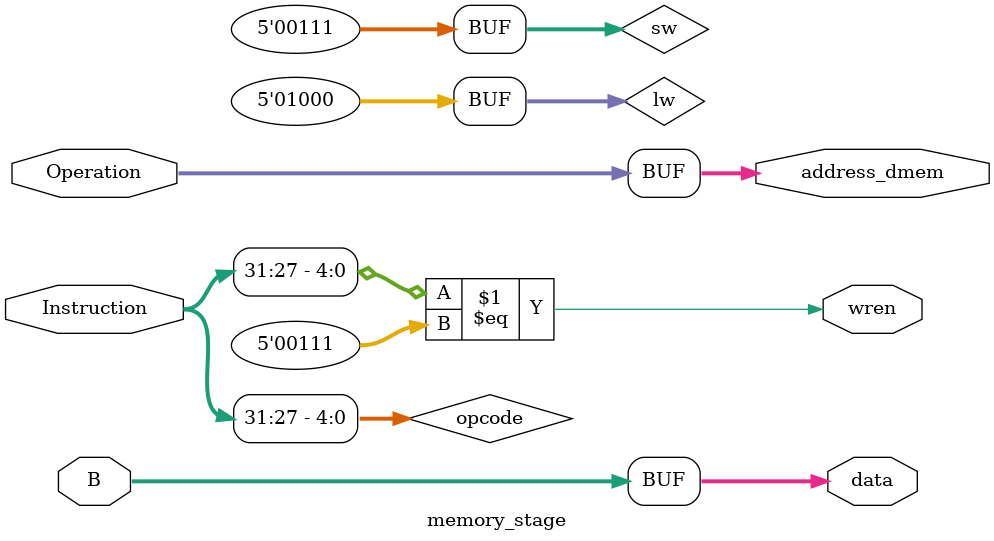
<source format=v>
module memory_stage(Instruction, Operation, B, address_dmem, data, wren);
    input [31:0] Instruction, Operation, B;
    output [31:0] address_dmem, data;
	output wren;

    wire[4:0] sw, lw, opcode;

    assign opcode = Instruction[31:27];
    assign sw = 5'b00111;
    assign lw = 5'b01000;

    assign data = B;
    assign wren = (opcode == sw);
    
    assign address_dmem = Operation;
    
endmodule
</source>
